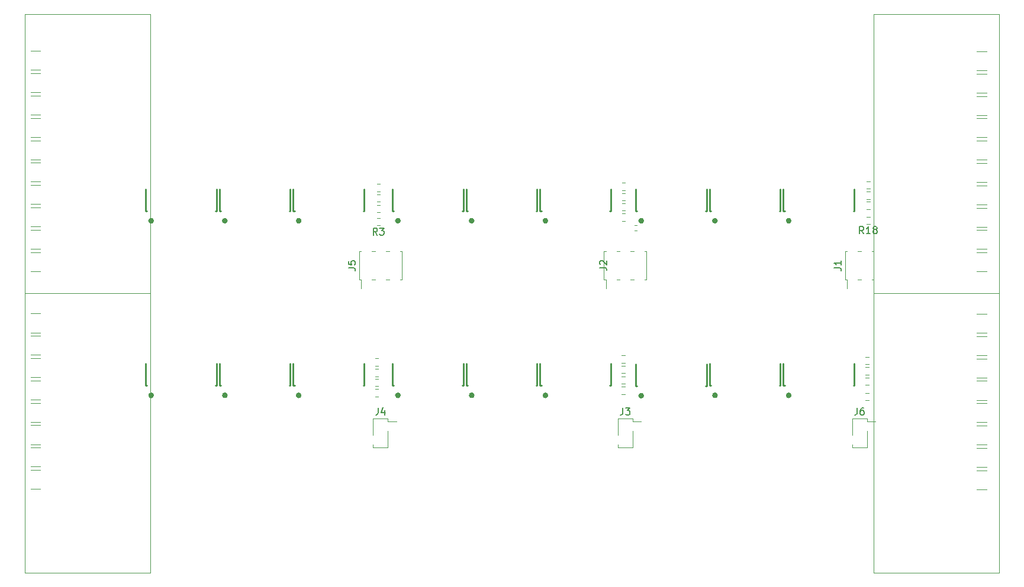
<source format=gbr>
%TF.GenerationSoftware,KiCad,Pcbnew,8.0.8*%
%TF.CreationDate,2025-02-13T11:47:36+09:00*%
%TF.ProjectId,GESC,47455343-2e6b-4696-9361-645f70636258,rev?*%
%TF.SameCoordinates,Original*%
%TF.FileFunction,Legend,Top*%
%TF.FilePolarity,Positive*%
%FSLAX46Y46*%
G04 Gerber Fmt 4.6, Leading zero omitted, Abs format (unit mm)*
G04 Created by KiCad (PCBNEW 8.0.8) date 2025-02-13 11:47:36*
%MOMM*%
%LPD*%
G01*
G04 APERTURE LIST*
%ADD10C,0.100000*%
%ADD11C,0.150000*%
%ADD12C,0.120000*%
%ADD13C,0.250000*%
%ADD14C,0.400000*%
G04 APERTURE END LIST*
D10*
X33100000Y-17000000D02*
X51100000Y-17000000D01*
X51100000Y-57000000D01*
X33100000Y-57000000D01*
X33100000Y-17000000D01*
X154500000Y-17000000D02*
X172500000Y-17000000D01*
X172500000Y-57000000D01*
X154500000Y-57000000D01*
X154500000Y-17000000D01*
X33100000Y-57000000D02*
X51100000Y-57000000D01*
X51100000Y-97000000D01*
X33100000Y-97000000D01*
X33100000Y-57000000D01*
X154500000Y-17000000D02*
X172500000Y-17000000D01*
X172500000Y-57000000D01*
X154500000Y-57000000D01*
X154500000Y-17000000D01*
X154500000Y-57000000D02*
X172500000Y-57000000D01*
X172500000Y-97000000D01*
X154500000Y-97000000D01*
X154500000Y-57000000D01*
X154500000Y-57000000D02*
X172500000Y-57000000D01*
X172500000Y-97000000D01*
X154500000Y-97000000D01*
X154500000Y-57000000D01*
D11*
X115344819Y-53293333D02*
X116059104Y-53293333D01*
X116059104Y-53293333D02*
X116201961Y-53340952D01*
X116201961Y-53340952D02*
X116297200Y-53436190D01*
X116297200Y-53436190D02*
X116344819Y-53579047D01*
X116344819Y-53579047D02*
X116344819Y-53674285D01*
X115440057Y-52864761D02*
X115392438Y-52817142D01*
X115392438Y-52817142D02*
X115344819Y-52721904D01*
X115344819Y-52721904D02*
X115344819Y-52483809D01*
X115344819Y-52483809D02*
X115392438Y-52388571D01*
X115392438Y-52388571D02*
X115440057Y-52340952D01*
X115440057Y-52340952D02*
X115535295Y-52293333D01*
X115535295Y-52293333D02*
X115630533Y-52293333D01*
X115630533Y-52293333D02*
X115773390Y-52340952D01*
X115773390Y-52340952D02*
X116344819Y-52912380D01*
X116344819Y-52912380D02*
X116344819Y-52293333D01*
X83666666Y-73394819D02*
X83666666Y-74109104D01*
X83666666Y-74109104D02*
X83619047Y-74251961D01*
X83619047Y-74251961D02*
X83523809Y-74347200D01*
X83523809Y-74347200D02*
X83380952Y-74394819D01*
X83380952Y-74394819D02*
X83285714Y-74394819D01*
X84571428Y-73728152D02*
X84571428Y-74394819D01*
X84333333Y-73347200D02*
X84095238Y-74061485D01*
X84095238Y-74061485D02*
X84714285Y-74061485D01*
X79394819Y-53333333D02*
X80109104Y-53333333D01*
X80109104Y-53333333D02*
X80251961Y-53380952D01*
X80251961Y-53380952D02*
X80347200Y-53476190D01*
X80347200Y-53476190D02*
X80394819Y-53619047D01*
X80394819Y-53619047D02*
X80394819Y-53714285D01*
X79394819Y-52380952D02*
X79394819Y-52857142D01*
X79394819Y-52857142D02*
X79871009Y-52904761D01*
X79871009Y-52904761D02*
X79823390Y-52857142D01*
X79823390Y-52857142D02*
X79775771Y-52761904D01*
X79775771Y-52761904D02*
X79775771Y-52523809D01*
X79775771Y-52523809D02*
X79823390Y-52428571D01*
X79823390Y-52428571D02*
X79871009Y-52380952D01*
X79871009Y-52380952D02*
X79966247Y-52333333D01*
X79966247Y-52333333D02*
X80204342Y-52333333D01*
X80204342Y-52333333D02*
X80299580Y-52380952D01*
X80299580Y-52380952D02*
X80347200Y-52428571D01*
X80347200Y-52428571D02*
X80394819Y-52523809D01*
X80394819Y-52523809D02*
X80394819Y-52761904D01*
X80394819Y-52761904D02*
X80347200Y-52857142D01*
X80347200Y-52857142D02*
X80299580Y-52904761D01*
X153107142Y-48434819D02*
X152773809Y-47958628D01*
X152535714Y-48434819D02*
X152535714Y-47434819D01*
X152535714Y-47434819D02*
X152916666Y-47434819D01*
X152916666Y-47434819D02*
X153011904Y-47482438D01*
X153011904Y-47482438D02*
X153059523Y-47530057D01*
X153059523Y-47530057D02*
X153107142Y-47625295D01*
X153107142Y-47625295D02*
X153107142Y-47768152D01*
X153107142Y-47768152D02*
X153059523Y-47863390D01*
X153059523Y-47863390D02*
X153011904Y-47911009D01*
X153011904Y-47911009D02*
X152916666Y-47958628D01*
X152916666Y-47958628D02*
X152535714Y-47958628D01*
X154059523Y-48434819D02*
X153488095Y-48434819D01*
X153773809Y-48434819D02*
X153773809Y-47434819D01*
X153773809Y-47434819D02*
X153678571Y-47577676D01*
X153678571Y-47577676D02*
X153583333Y-47672914D01*
X153583333Y-47672914D02*
X153488095Y-47720533D01*
X154630952Y-47863390D02*
X154535714Y-47815771D01*
X154535714Y-47815771D02*
X154488095Y-47768152D01*
X154488095Y-47768152D02*
X154440476Y-47672914D01*
X154440476Y-47672914D02*
X154440476Y-47625295D01*
X154440476Y-47625295D02*
X154488095Y-47530057D01*
X154488095Y-47530057D02*
X154535714Y-47482438D01*
X154535714Y-47482438D02*
X154630952Y-47434819D01*
X154630952Y-47434819D02*
X154821428Y-47434819D01*
X154821428Y-47434819D02*
X154916666Y-47482438D01*
X154916666Y-47482438D02*
X154964285Y-47530057D01*
X154964285Y-47530057D02*
X155011904Y-47625295D01*
X155011904Y-47625295D02*
X155011904Y-47672914D01*
X155011904Y-47672914D02*
X154964285Y-47768152D01*
X154964285Y-47768152D02*
X154916666Y-47815771D01*
X154916666Y-47815771D02*
X154821428Y-47863390D01*
X154821428Y-47863390D02*
X154630952Y-47863390D01*
X154630952Y-47863390D02*
X154535714Y-47911009D01*
X154535714Y-47911009D02*
X154488095Y-47958628D01*
X154488095Y-47958628D02*
X154440476Y-48053866D01*
X154440476Y-48053866D02*
X154440476Y-48244342D01*
X154440476Y-48244342D02*
X154488095Y-48339580D01*
X154488095Y-48339580D02*
X154535714Y-48387200D01*
X154535714Y-48387200D02*
X154630952Y-48434819D01*
X154630952Y-48434819D02*
X154821428Y-48434819D01*
X154821428Y-48434819D02*
X154916666Y-48387200D01*
X154916666Y-48387200D02*
X154964285Y-48339580D01*
X154964285Y-48339580D02*
X155011904Y-48244342D01*
X155011904Y-48244342D02*
X155011904Y-48053866D01*
X155011904Y-48053866D02*
X154964285Y-47958628D01*
X154964285Y-47958628D02*
X154916666Y-47911009D01*
X154916666Y-47911009D02*
X154821428Y-47863390D01*
X83533333Y-48634819D02*
X83200000Y-48158628D01*
X82961905Y-48634819D02*
X82961905Y-47634819D01*
X82961905Y-47634819D02*
X83342857Y-47634819D01*
X83342857Y-47634819D02*
X83438095Y-47682438D01*
X83438095Y-47682438D02*
X83485714Y-47730057D01*
X83485714Y-47730057D02*
X83533333Y-47825295D01*
X83533333Y-47825295D02*
X83533333Y-47968152D01*
X83533333Y-47968152D02*
X83485714Y-48063390D01*
X83485714Y-48063390D02*
X83438095Y-48111009D01*
X83438095Y-48111009D02*
X83342857Y-48158628D01*
X83342857Y-48158628D02*
X82961905Y-48158628D01*
X83866667Y-47634819D02*
X84485714Y-47634819D01*
X84485714Y-47634819D02*
X84152381Y-48015771D01*
X84152381Y-48015771D02*
X84295238Y-48015771D01*
X84295238Y-48015771D02*
X84390476Y-48063390D01*
X84390476Y-48063390D02*
X84438095Y-48111009D01*
X84438095Y-48111009D02*
X84485714Y-48206247D01*
X84485714Y-48206247D02*
X84485714Y-48444342D01*
X84485714Y-48444342D02*
X84438095Y-48539580D01*
X84438095Y-48539580D02*
X84390476Y-48587200D01*
X84390476Y-48587200D02*
X84295238Y-48634819D01*
X84295238Y-48634819D02*
X84009524Y-48634819D01*
X84009524Y-48634819D02*
X83914286Y-48587200D01*
X83914286Y-48587200D02*
X83866667Y-48539580D01*
X118666666Y-73394819D02*
X118666666Y-74109104D01*
X118666666Y-74109104D02*
X118619047Y-74251961D01*
X118619047Y-74251961D02*
X118523809Y-74347200D01*
X118523809Y-74347200D02*
X118380952Y-74394819D01*
X118380952Y-74394819D02*
X118285714Y-74394819D01*
X119047619Y-73394819D02*
X119666666Y-73394819D01*
X119666666Y-73394819D02*
X119333333Y-73775771D01*
X119333333Y-73775771D02*
X119476190Y-73775771D01*
X119476190Y-73775771D02*
X119571428Y-73823390D01*
X119571428Y-73823390D02*
X119619047Y-73871009D01*
X119619047Y-73871009D02*
X119666666Y-73966247D01*
X119666666Y-73966247D02*
X119666666Y-74204342D01*
X119666666Y-74204342D02*
X119619047Y-74299580D01*
X119619047Y-74299580D02*
X119571428Y-74347200D01*
X119571428Y-74347200D02*
X119476190Y-74394819D01*
X119476190Y-74394819D02*
X119190476Y-74394819D01*
X119190476Y-74394819D02*
X119095238Y-74347200D01*
X119095238Y-74347200D02*
X119047619Y-74299580D01*
X152166666Y-73394819D02*
X152166666Y-74109104D01*
X152166666Y-74109104D02*
X152119047Y-74251961D01*
X152119047Y-74251961D02*
X152023809Y-74347200D01*
X152023809Y-74347200D02*
X151880952Y-74394819D01*
X151880952Y-74394819D02*
X151785714Y-74394819D01*
X153071428Y-73394819D02*
X152880952Y-73394819D01*
X152880952Y-73394819D02*
X152785714Y-73442438D01*
X152785714Y-73442438D02*
X152738095Y-73490057D01*
X152738095Y-73490057D02*
X152642857Y-73632914D01*
X152642857Y-73632914D02*
X152595238Y-73823390D01*
X152595238Y-73823390D02*
X152595238Y-74204342D01*
X152595238Y-74204342D02*
X152642857Y-74299580D01*
X152642857Y-74299580D02*
X152690476Y-74347200D01*
X152690476Y-74347200D02*
X152785714Y-74394819D01*
X152785714Y-74394819D02*
X152976190Y-74394819D01*
X152976190Y-74394819D02*
X153071428Y-74347200D01*
X153071428Y-74347200D02*
X153119047Y-74299580D01*
X153119047Y-74299580D02*
X153166666Y-74204342D01*
X153166666Y-74204342D02*
X153166666Y-73966247D01*
X153166666Y-73966247D02*
X153119047Y-73871009D01*
X153119047Y-73871009D02*
X153071428Y-73823390D01*
X153071428Y-73823390D02*
X152976190Y-73775771D01*
X152976190Y-73775771D02*
X152785714Y-73775771D01*
X152785714Y-73775771D02*
X152690476Y-73823390D01*
X152690476Y-73823390D02*
X152642857Y-73871009D01*
X152642857Y-73871009D02*
X152595238Y-73966247D01*
X148894819Y-53333333D02*
X149609104Y-53333333D01*
X149609104Y-53333333D02*
X149751961Y-53380952D01*
X149751961Y-53380952D02*
X149847200Y-53476190D01*
X149847200Y-53476190D02*
X149894819Y-53619047D01*
X149894819Y-53619047D02*
X149894819Y-53714285D01*
X149894819Y-52333333D02*
X149894819Y-52904761D01*
X149894819Y-52619047D02*
X148894819Y-52619047D01*
X148894819Y-52619047D02*
X149037676Y-52714285D01*
X149037676Y-52714285D02*
X149132914Y-52809523D01*
X149132914Y-52809523D02*
X149180533Y-52904761D01*
D12*
%TO.C,C22*%
X169263748Y-28740000D02*
X170686252Y-28740000D01*
X169263748Y-31460000D02*
X170686252Y-31460000D01*
%TO.C,C24*%
X169263748Y-35140000D02*
X170686252Y-35140000D01*
X169263748Y-37860000D02*
X170686252Y-37860000D01*
%TO.C,R14*%
X118987258Y-41177500D02*
X118512742Y-41177500D01*
X118987258Y-42222500D02*
X118512742Y-42222500D01*
%TO.C,R11*%
X118937258Y-67377500D02*
X118462742Y-67377500D01*
X118937258Y-68422500D02*
X118462742Y-68422500D01*
%TO.C,C24*%
X35361252Y-75890000D02*
X33938748Y-75890000D01*
X35361252Y-78610000D02*
X33938748Y-78610000D01*
%TO.C,C18*%
X169263748Y-82340000D02*
X170686252Y-82340000D01*
X169263748Y-85060000D02*
X170686252Y-85060000D01*
%TO.C,C21*%
X169263748Y-25540000D02*
X170686252Y-25540000D01*
X169263748Y-28260000D02*
X170686252Y-28260000D01*
D13*
%TO.C,Q13*%
X120500000Y-42060000D02*
X120500000Y-45210000D01*
X120500000Y-45210000D02*
X120700000Y-45210000D01*
X130510000Y-45210000D02*
X130640000Y-45210000D01*
X130640000Y-45210000D02*
X130640000Y-42060000D01*
D14*
X121480000Y-46600000D02*
G75*
G02*
X121080000Y-46600000I-200000J0D01*
G01*
X121080000Y-46600000D02*
G75*
G02*
X121480000Y-46600000I200000J0D01*
G01*
D12*
%TO.C,R8*%
X118937258Y-65877500D02*
X118462742Y-65877500D01*
X118937258Y-66922500D02*
X118462742Y-66922500D01*
%TO.C,R4*%
X83687258Y-70727500D02*
X83212742Y-70727500D01*
X83687258Y-71772500D02*
X83212742Y-71772500D01*
%TO.C,R56*%
X153987258Y-42427500D02*
X153512742Y-42427500D01*
X153987258Y-43472500D02*
X153512742Y-43472500D01*
%TO.C,C8*%
X35361252Y-66290000D02*
X33938748Y-66290000D01*
X35361252Y-69010000D02*
X33938748Y-69010000D01*
%TO.C,J2*%
X115940000Y-50940000D02*
X116240000Y-50940000D01*
X115940000Y-55060000D02*
X115940000Y-50940000D01*
X115940000Y-55060000D02*
X116240000Y-55060000D01*
X116240000Y-56315000D02*
X116240000Y-55060000D01*
X117760000Y-50940000D02*
X118240000Y-50940000D01*
X117760000Y-55060000D02*
X118240000Y-55060000D01*
X119760000Y-50940000D02*
X120240000Y-50940000D01*
X119760000Y-55060000D02*
X120240000Y-55060000D01*
X121760000Y-50940000D02*
X122060000Y-50940000D01*
X121760000Y-55060000D02*
X122060000Y-55060000D01*
X122060000Y-55060000D02*
X122060000Y-50940000D01*
D13*
%TO.C,Q9*%
X106800000Y-42060000D02*
X106800000Y-45210000D01*
X106800000Y-45210000D02*
X107000000Y-45210000D01*
X116810000Y-45210000D02*
X116940000Y-45210000D01*
X116940000Y-45210000D02*
X116940000Y-42060000D01*
D14*
X107780000Y-46600000D02*
G75*
G02*
X107380000Y-46600000I-200000J0D01*
G01*
X107380000Y-46600000D02*
G75*
G02*
X107780000Y-46600000I200000J0D01*
G01*
D13*
%TO.C,Q5*%
X60950000Y-67060000D02*
X60950000Y-70210000D01*
X60950000Y-70210000D02*
X61150000Y-70210000D01*
X70960000Y-70210000D02*
X71090000Y-70210000D01*
X71090000Y-70210000D02*
X71090000Y-67060000D01*
D14*
X61930000Y-71600000D02*
G75*
G02*
X61530000Y-71600000I-200000J0D01*
G01*
X61530000Y-71600000D02*
G75*
G02*
X61930000Y-71600000I200000J0D01*
G01*
D12*
%TO.C,C7*%
X169263748Y-47940000D02*
X170686252Y-47940000D01*
X169263748Y-50660000D02*
X170686252Y-50660000D01*
%TO.C,R53*%
X83937258Y-41327500D02*
X83462742Y-41327500D01*
X83937258Y-42372500D02*
X83462742Y-42372500D01*
%TO.C,C6*%
X35361252Y-59890000D02*
X33938748Y-59890000D01*
X35361252Y-62610000D02*
X33938748Y-62610000D01*
%TO.C,C9*%
X169263748Y-41540000D02*
X170686252Y-41540000D01*
X169263748Y-44260000D02*
X170686252Y-44260000D01*
%TO.C,R7*%
X118987258Y-42627500D02*
X118512742Y-42627500D01*
X118987258Y-43672500D02*
X118512742Y-43672500D01*
%TO.C,C2*%
X169263748Y-69540000D02*
X170686252Y-69540000D01*
X169263748Y-72260000D02*
X170686252Y-72260000D01*
%TO.C,C4*%
X169263748Y-63140000D02*
X170686252Y-63140000D01*
X169263748Y-65860000D02*
X170686252Y-65860000D01*
%TO.C,C20*%
X169263748Y-22340000D02*
X170686252Y-22340000D01*
X169263748Y-25060000D02*
X170686252Y-25060000D01*
%TO.C,C5*%
X169263748Y-59940000D02*
X170686252Y-59940000D01*
X169263748Y-62660000D02*
X170686252Y-62660000D01*
D13*
%TO.C,Q18*%
X141600000Y-67060000D02*
X141600000Y-70210000D01*
X141600000Y-70210000D02*
X141800000Y-70210000D01*
X151610000Y-70210000D02*
X151740000Y-70210000D01*
X151740000Y-70210000D02*
X151740000Y-67060000D01*
D14*
X142580000Y-71600000D02*
G75*
G02*
X142180000Y-71600000I-200000J0D01*
G01*
X142180000Y-71600000D02*
G75*
G02*
X142580000Y-71600000I200000J0D01*
G01*
D13*
%TO.C,Q12*%
X106800000Y-67060000D02*
X106800000Y-70210000D01*
X106800000Y-70210000D02*
X107000000Y-70210000D01*
X116810000Y-70210000D02*
X116940000Y-70210000D01*
X116940000Y-70210000D02*
X116940000Y-67060000D01*
D14*
X107780000Y-71600000D02*
G75*
G02*
X107380000Y-71600000I-200000J0D01*
G01*
X107380000Y-71600000D02*
G75*
G02*
X107780000Y-71600000I200000J0D01*
G01*
D12*
%TO.C,C10*%
X169263748Y-38340000D02*
X170686252Y-38340000D01*
X169263748Y-41060000D02*
X170686252Y-41060000D01*
%TO.C,C9*%
X35361252Y-69490000D02*
X33938748Y-69490000D01*
X35361252Y-72210000D02*
X33938748Y-72210000D01*
%TO.C,R6*%
X118937258Y-70377500D02*
X118462742Y-70377500D01*
X118937258Y-71422500D02*
X118462742Y-71422500D01*
%TO.C,C8*%
X169263748Y-44740000D02*
X170686252Y-44740000D01*
X169263748Y-47460000D02*
X170686252Y-47460000D01*
%TO.C,C15*%
X35361252Y-35090000D02*
X33938748Y-35090000D01*
X35361252Y-37810000D02*
X33938748Y-37810000D01*
%TO.C,TH1*%
X120346359Y-47220000D02*
X120653641Y-47220000D01*
X120346359Y-47980000D02*
X120653641Y-47980000D01*
%TO.C,C1*%
X169263748Y-72740000D02*
X170686252Y-72740000D01*
X169263748Y-75460000D02*
X170686252Y-75460000D01*
%TO.C,C7*%
X35361252Y-63090000D02*
X33938748Y-63090000D01*
X35361252Y-65810000D02*
X33938748Y-65810000D01*
D13*
%TO.C,Q6*%
X50400000Y-67060000D02*
X50400000Y-70210000D01*
X50400000Y-70210000D02*
X50600000Y-70210000D01*
X60410000Y-70210000D02*
X60540000Y-70210000D01*
X60540000Y-70210000D02*
X60540000Y-67060000D01*
D14*
X51380000Y-71600000D02*
G75*
G02*
X50980000Y-71600000I-200000J0D01*
G01*
X50980000Y-71600000D02*
G75*
G02*
X51380000Y-71600000I200000J0D01*
G01*
D12*
%TO.C,C10*%
X35361252Y-72690000D02*
X33938748Y-72690000D01*
X35361252Y-75410000D02*
X33938748Y-75410000D01*
%TO.C,J4*%
X82940000Y-74940000D02*
X82940000Y-77315000D01*
X82940000Y-74940000D02*
X85060000Y-74940000D01*
X82940000Y-78685000D02*
X82940000Y-79060000D01*
X82940000Y-79060000D02*
X85060000Y-79060000D01*
X85060000Y-74940000D02*
X85060000Y-75315000D01*
X85060000Y-75315000D02*
X86290000Y-75315000D01*
X85060000Y-76685000D02*
X85060000Y-79060000D01*
%TO.C,C3*%
X35361252Y-44690000D02*
X33938748Y-44690000D01*
X35361252Y-47410000D02*
X33938748Y-47410000D01*
%TO.C,J5*%
X80940000Y-50940000D02*
X81240000Y-50940000D01*
X80940000Y-55060000D02*
X80940000Y-50940000D01*
X80940000Y-55060000D02*
X81240000Y-55060000D01*
X81240000Y-56315000D02*
X81240000Y-55060000D01*
X82760000Y-50940000D02*
X83240000Y-50940000D01*
X82760000Y-55060000D02*
X83240000Y-55060000D01*
X84760000Y-50940000D02*
X85240000Y-50940000D01*
X84760000Y-55060000D02*
X85240000Y-55060000D01*
X86760000Y-50940000D02*
X87060000Y-50940000D01*
X86760000Y-55060000D02*
X87060000Y-55060000D01*
X87060000Y-55060000D02*
X87060000Y-50940000D01*
D13*
%TO.C,Q11*%
X85700000Y-42060000D02*
X85700000Y-45210000D01*
X85700000Y-45210000D02*
X85900000Y-45210000D01*
X95710000Y-45210000D02*
X95840000Y-45210000D01*
X95840000Y-45210000D02*
X95840000Y-42060000D01*
D14*
X86680000Y-46600000D02*
G75*
G02*
X86280000Y-46600000I-200000J0D01*
G01*
X86280000Y-46600000D02*
G75*
G02*
X86680000Y-46600000I200000J0D01*
G01*
D12*
%TO.C,R49*%
X83937258Y-42827500D02*
X83462742Y-42827500D01*
X83937258Y-43872500D02*
X83462742Y-43872500D01*
D13*
%TO.C,Q4*%
X71500000Y-67060000D02*
X71500000Y-70210000D01*
X71500000Y-70210000D02*
X71700000Y-70210000D01*
X81510000Y-70210000D02*
X81640000Y-70210000D01*
X81640000Y-70210000D02*
X81640000Y-67060000D01*
D14*
X72480000Y-71600000D02*
G75*
G02*
X72080000Y-71600000I-200000J0D01*
G01*
X72080000Y-71600000D02*
G75*
G02*
X72480000Y-71600000I200000J0D01*
G01*
D13*
%TO.C,Q1*%
X71500000Y-42060000D02*
X71500000Y-45210000D01*
X71500000Y-45210000D02*
X71700000Y-45210000D01*
X81510000Y-45210000D02*
X81640000Y-45210000D01*
X81640000Y-45210000D02*
X81640000Y-42060000D01*
D14*
X72480000Y-46600000D02*
G75*
G02*
X72080000Y-46600000I-200000J0D01*
G01*
X72080000Y-46600000D02*
G75*
G02*
X72480000Y-46600000I200000J0D01*
G01*
D12*
%TO.C,C2*%
X35361252Y-41490000D02*
X33938748Y-41490000D01*
X35361252Y-44210000D02*
X33938748Y-44210000D01*
%TO.C,C16*%
X35361252Y-31890000D02*
X33938748Y-31890000D01*
X35361252Y-34610000D02*
X33938748Y-34610000D01*
%TO.C,R5*%
X118987258Y-45577500D02*
X118512742Y-45577500D01*
X118987258Y-46622500D02*
X118512742Y-46622500D01*
%TO.C,R15*%
X118937258Y-68877500D02*
X118462742Y-68877500D01*
X118937258Y-69922500D02*
X118462742Y-69922500D01*
%TO.C,C23*%
X35361252Y-79090000D02*
X33938748Y-79090000D01*
X35361252Y-81810000D02*
X33938748Y-81810000D01*
D13*
%TO.C,Q7*%
X96250000Y-42060000D02*
X96250000Y-45210000D01*
X96250000Y-45210000D02*
X96450000Y-45210000D01*
X106260000Y-45210000D02*
X106390000Y-45210000D01*
X106390000Y-45210000D02*
X106390000Y-42060000D01*
D14*
X97230000Y-46600000D02*
G75*
G02*
X96830000Y-46600000I-200000J0D01*
G01*
X96830000Y-46600000D02*
G75*
G02*
X97230000Y-46600000I200000J0D01*
G01*
D12*
%TO.C,C22*%
X35361252Y-82290000D02*
X33938748Y-82290000D01*
X35361252Y-85010000D02*
X33938748Y-85010000D01*
%TO.C,R18*%
X153987258Y-46027500D02*
X153512742Y-46027500D01*
X153987258Y-47072500D02*
X153512742Y-47072500D01*
%TO.C,C19*%
X35361252Y-22290000D02*
X33938748Y-22290000D01*
X35361252Y-25010000D02*
X33938748Y-25010000D01*
%TO.C,R1*%
X83937258Y-44327500D02*
X83462742Y-44327500D01*
X83937258Y-45372500D02*
X83462742Y-45372500D01*
%TO.C,C3*%
X169263748Y-66340000D02*
X170686252Y-66340000D01*
X169263748Y-69060000D02*
X170686252Y-69060000D01*
%TO.C,R3*%
X83937258Y-46227500D02*
X83462742Y-46227500D01*
X83937258Y-47272500D02*
X83462742Y-47272500D01*
%TO.C,C17*%
X35361252Y-25490000D02*
X33938748Y-25490000D01*
X35361252Y-28210000D02*
X33938748Y-28210000D01*
%TO.C,R50*%
X83687258Y-67827500D02*
X83212742Y-67827500D01*
X83687258Y-68872500D02*
X83212742Y-68872500D01*
%TO.C,R54*%
X83687258Y-66327500D02*
X83212742Y-66327500D01*
X83687258Y-67372500D02*
X83212742Y-67372500D01*
D13*
%TO.C,Q10*%
X96250000Y-67060000D02*
X96250000Y-70210000D01*
X96250000Y-70210000D02*
X96450000Y-70210000D01*
X106260000Y-70210000D02*
X106390000Y-70210000D01*
X106390000Y-70210000D02*
X106390000Y-67060000D01*
D14*
X97230000Y-71600000D02*
G75*
G02*
X96830000Y-71600000I-200000J0D01*
G01*
X96830000Y-71600000D02*
G75*
G02*
X97230000Y-71600000I200000J0D01*
G01*
D12*
%TO.C,R60*%
X153837258Y-69077500D02*
X153362742Y-69077500D01*
X153837258Y-70122500D02*
X153362742Y-70122500D01*
%TO.C,J3*%
X117940000Y-74940000D02*
X117940000Y-77315000D01*
X117940000Y-74940000D02*
X120060000Y-74940000D01*
X117940000Y-78685000D02*
X117940000Y-79060000D01*
X117940000Y-79060000D02*
X120060000Y-79060000D01*
X120060000Y-74940000D02*
X120060000Y-75315000D01*
X120060000Y-75315000D02*
X121290000Y-75315000D01*
X120060000Y-76685000D02*
X120060000Y-79060000D01*
%TO.C,R48*%
X153987258Y-40977500D02*
X153512742Y-40977500D01*
X153987258Y-42022500D02*
X153512742Y-42022500D01*
%TO.C,R51*%
X153837258Y-66077500D02*
X153362742Y-66077500D01*
X153837258Y-67122500D02*
X153362742Y-67122500D01*
D13*
%TO.C,Q15*%
X131050000Y-42060000D02*
X131050000Y-45210000D01*
X131050000Y-45210000D02*
X131250000Y-45210000D01*
X141060000Y-45210000D02*
X141190000Y-45210000D01*
X141190000Y-45210000D02*
X141190000Y-42060000D01*
D14*
X132030000Y-46600000D02*
G75*
G02*
X131630000Y-46600000I-200000J0D01*
G01*
X131630000Y-46600000D02*
G75*
G02*
X132030000Y-46600000I200000J0D01*
G01*
D12*
%TO.C,C23*%
X169263748Y-31940000D02*
X170686252Y-31940000D01*
X169263748Y-34660000D02*
X170686252Y-34660000D01*
D13*
%TO.C,Q16*%
X131050000Y-67060000D02*
X131050000Y-70210000D01*
X131050000Y-70210000D02*
X131250000Y-70210000D01*
X141060000Y-70210000D02*
X141190000Y-70210000D01*
X141190000Y-70210000D02*
X141190000Y-67060000D01*
D14*
X132030000Y-71600000D02*
G75*
G02*
X131630000Y-71600000I-200000J0D01*
G01*
X131630000Y-71600000D02*
G75*
G02*
X132030000Y-71600000I200000J0D01*
G01*
D13*
%TO.C,Q2*%
X60950000Y-42060000D02*
X60950000Y-45210000D01*
X60950000Y-45210000D02*
X61150000Y-45210000D01*
X70960000Y-45210000D02*
X71090000Y-45210000D01*
X71090000Y-45210000D02*
X71090000Y-42060000D01*
D14*
X61930000Y-46600000D02*
G75*
G02*
X61530000Y-46600000I-200000J0D01*
G01*
X61530000Y-46600000D02*
G75*
G02*
X61930000Y-46600000I200000J0D01*
G01*
D12*
%TO.C,R47*%
X153362742Y-71277500D02*
X153837258Y-71277500D01*
X153362742Y-72322500D02*
X153837258Y-72322500D01*
%TO.C,C4*%
X35361252Y-47890000D02*
X33938748Y-47890000D01*
X35361252Y-50610000D02*
X33938748Y-50610000D01*
%TO.C,R57*%
X153837258Y-67577500D02*
X153362742Y-67577500D01*
X153837258Y-68622500D02*
X153362742Y-68622500D01*
%TO.C,R10*%
X118987258Y-44077500D02*
X118512742Y-44077500D01*
X118987258Y-45122500D02*
X118512742Y-45122500D01*
D13*
%TO.C,Q17*%
X141600000Y-42060000D02*
X141600000Y-45210000D01*
X141600000Y-45210000D02*
X141800000Y-45210000D01*
X151610000Y-45210000D02*
X151740000Y-45210000D01*
X151740000Y-45210000D02*
X151740000Y-42060000D01*
D14*
X142580000Y-46600000D02*
G75*
G02*
X142180000Y-46600000I-200000J0D01*
G01*
X142180000Y-46600000D02*
G75*
G02*
X142580000Y-46600000I200000J0D01*
G01*
D13*
%TO.C,Q14*%
X120500000Y-67110000D02*
X120500000Y-70260000D01*
X120500000Y-70260000D02*
X120700000Y-70260000D01*
X130510000Y-70260000D02*
X130640000Y-70260000D01*
X130640000Y-70260000D02*
X130640000Y-67110000D01*
D14*
X121480000Y-71650000D02*
G75*
G02*
X121080000Y-71650000I-200000J0D01*
G01*
X121080000Y-71650000D02*
G75*
G02*
X121480000Y-71650000I200000J0D01*
G01*
D13*
%TO.C,Q8*%
X85700000Y-67060000D02*
X85700000Y-70210000D01*
X85700000Y-70210000D02*
X85900000Y-70210000D01*
X95710000Y-70210000D02*
X95840000Y-70210000D01*
X95840000Y-70210000D02*
X95840000Y-67060000D01*
D14*
X86680000Y-71600000D02*
G75*
G02*
X86280000Y-71600000I-200000J0D01*
G01*
X86280000Y-71600000D02*
G75*
G02*
X86680000Y-71600000I200000J0D01*
G01*
D12*
%TO.C,C6*%
X169263748Y-51140000D02*
X170686252Y-51140000D01*
X169263748Y-53860000D02*
X170686252Y-53860000D01*
D13*
%TO.C,Q3*%
X50400000Y-42060000D02*
X50400000Y-45210000D01*
X50400000Y-45210000D02*
X50600000Y-45210000D01*
X60410000Y-45210000D02*
X60540000Y-45210000D01*
X60540000Y-45210000D02*
X60540000Y-42060000D01*
D14*
X51380000Y-46600000D02*
G75*
G02*
X50980000Y-46600000I-200000J0D01*
G01*
X50980000Y-46600000D02*
G75*
G02*
X51380000Y-46600000I200000J0D01*
G01*
D12*
%TO.C,C5*%
X35361252Y-51090000D02*
X33938748Y-51090000D01*
X35361252Y-53810000D02*
X33938748Y-53810000D01*
%TO.C,J6*%
X151440000Y-74940000D02*
X151440000Y-77315000D01*
X151440000Y-74940000D02*
X153560000Y-74940000D01*
X151440000Y-78685000D02*
X151440000Y-79060000D01*
X151440000Y-79060000D02*
X153560000Y-79060000D01*
X153560000Y-74940000D02*
X153560000Y-75315000D01*
X153560000Y-75315000D02*
X154790000Y-75315000D01*
X153560000Y-76685000D02*
X153560000Y-79060000D01*
%TO.C,C18*%
X35361252Y-28690000D02*
X33938748Y-28690000D01*
X35361252Y-31410000D02*
X33938748Y-31410000D01*
%TO.C,R59*%
X153987258Y-43877500D02*
X153512742Y-43877500D01*
X153987258Y-44922500D02*
X153512742Y-44922500D01*
%TO.C,C16*%
X169263748Y-79140000D02*
X170686252Y-79140000D01*
X169263748Y-81860000D02*
X170686252Y-81860000D01*
%TO.C,R2*%
X83687258Y-69227500D02*
X83212742Y-69227500D01*
X83687258Y-70272500D02*
X83212742Y-70272500D01*
%TO.C,C15*%
X169263748Y-75940000D02*
X170686252Y-75940000D01*
X169263748Y-78660000D02*
X170686252Y-78660000D01*
%TO.C,J1*%
X150440000Y-50940000D02*
X150740000Y-50940000D01*
X150440000Y-55060000D02*
X150440000Y-50940000D01*
X150440000Y-55060000D02*
X150740000Y-55060000D01*
X150740000Y-56315000D02*
X150740000Y-55060000D01*
X152260000Y-50940000D02*
X152740000Y-50940000D01*
X152260000Y-55060000D02*
X152740000Y-55060000D01*
X154260000Y-50940000D02*
X154560000Y-50940000D01*
X154260000Y-55060000D02*
X154560000Y-55060000D01*
X154560000Y-55060000D02*
X154560000Y-50940000D01*
%TO.C,C1*%
X35361252Y-38290000D02*
X33938748Y-38290000D01*
X35361252Y-41010000D02*
X33938748Y-41010000D01*
%TD*%
M02*

</source>
